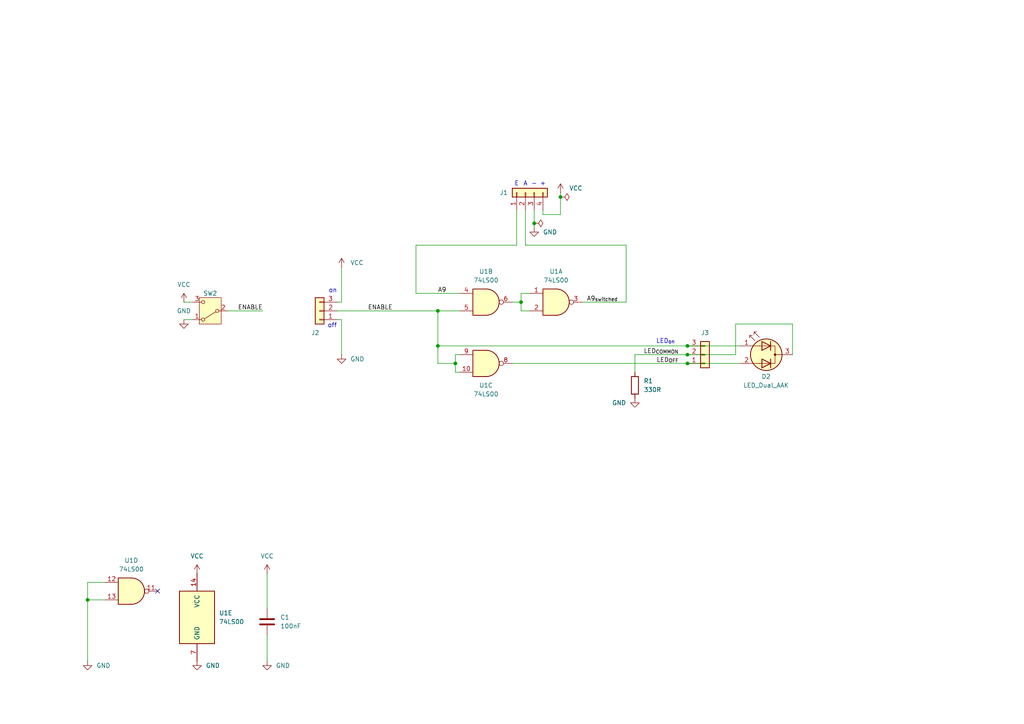
<source format=kicad_sch>
(kicad_sch (version 20231120) (generator "eeschema") (generator_version "8.0")
  (paper "A4")
  (title_block (title "HAL PCG-6500 Switch Mod") (date "2024-03-13") (rev "A") (comment 1 "2024") (comment 2 "creativecommons.org/licenses/by-sa/4.0/") (comment 3 "License: CC BY-SA 4.0") (comment 4 "Author: InsaneDruid"))
  (lib_symbols
    (symbol "74xx:74LS00" (pin_names (offset 1.016))
      (property "Reference" "U" (at 0 1.27 0))
      (property "Value" "74LS00" (at 0 -1.27 0))
      (symbol "74LS00_1_1"
        (arc (start 0 -3.81) (mid 3.7934 0) (end 0 3.81) (stroke (width 0.254)) (fill (type background)))
        (polyline (pts (xy 0 3.81) (xy -3.81 3.81) (xy -3.81 -3.81) (xy 0 -3.81)) (stroke (width 0.254)) (fill (type background)))
        (pin input line (at -7.62 2.54 0) (length 3.81) (name "~") (number "1"))
        (pin input line (at -7.62 -2.54 0) (length 3.81) (name "~") (number "2"))
        (pin output inverted (at 7.62 0 180) (length 3.81) (name "~") (number "3"))
      )
      (symbol "74LS00_1_2"
        (arc (start -3.81 -3.81) (mid -2.589 0) (end -3.81 3.81) (stroke (width 0.254)))
        (arc (start -0.6096 -3.81) (mid 2.1842 -2.5851) (end 3.81 0) (stroke (width 0.254)) (fill (type background)))
        (polyline (pts (xy -3.81 -3.81) (xy -0.635 -3.81)) (stroke (width 0.254)) (fill (type background)))
        (polyline (pts (xy -3.81 3.81) (xy -0.635 3.81)) (stroke (width 0.254)) (fill (type background)))
        (polyline (pts (xy -0.635 3.81) (xy -3.81 3.81) (xy -3.81 3.81) (xy -3.556 3.4036) (xy -3.0226 2.2606) (xy -2.6924 1.0414) (xy -2.6162 -0.254) (xy -2.7686 -1.4986) (xy -3.175 -2.7178) (xy -3.81 -3.81) (xy -3.81 -3.81) (xy -0.635 -3.81)) (stroke (width -25.4)) (fill (type background)))
        (arc (start 3.81 0) (mid 2.1915 2.5936) (end -0.6096 3.81) (stroke (width 0.254)) (fill (type background)))
        (pin input inverted (at -7.62 2.54 0) (length 4.318) (name "~") (number "1"))
        (pin input inverted (at -7.62 -2.54 0) (length 4.318) (name "~") (number "2"))
        (pin output line (at 7.62 0 180) (length 3.81) (name "~") (number "3"))
      )
      (symbol "74LS00_2_1"
        (arc (start 0 -3.81) (mid 3.7934 0) (end 0 3.81) (stroke (width 0.254)) (fill (type background)))
        (polyline (pts (xy 0 3.81) (xy -3.81 3.81) (xy -3.81 -3.81) (xy 0 -3.81)) (stroke (width 0.254)) (fill (type background)))
        (pin input line (at -7.62 2.54 0) (length 3.81) (name "~") (number "4"))
        (pin input line (at -7.62 -2.54 0) (length 3.81) (name "~") (number "5"))
        (pin output inverted (at 7.62 0 180) (length 3.81) (name "~") (number "6"))
      )
      (symbol "74LS00_2_2"
        (arc (start -3.81 -3.81) (mid -2.589 0) (end -3.81 3.81) (stroke (width 0.254)))
        (arc (start -0.6096 -3.81) (mid 2.1842 -2.5851) (end 3.81 0) (stroke (width 0.254)) (fill (type background)))
        (polyline (pts (xy -3.81 -3.81) (xy -0.635 -3.81)) (stroke (width 0.254)) (fill (type background)))
        (polyline (pts (xy -3.81 3.81) (xy -0.635 3.81)) (stroke (width 0.254)) (fill (type background)))
        (polyline (pts (xy -0.635 3.81) (xy -3.81 3.81) (xy -3.81 3.81) (xy -3.556 3.4036) (xy -3.0226 2.2606) (xy -2.6924 1.0414) (xy -2.6162 -0.254) (xy -2.7686 -1.4986) (xy -3.175 -2.7178) (xy -3.81 -3.81) (xy -3.81 -3.81) (xy -0.635 -3.81)) (stroke (width -25.4)) (fill (type background)))
        (arc (start 3.81 0) (mid 2.1915 2.5936) (end -0.6096 3.81) (stroke (width 0.254)) (fill (type background)))
        (pin input inverted (at -7.62 2.54 0) (length 4.318) (name "~") (number "4"))
        (pin input inverted (at -7.62 -2.54 0) (length 4.318) (name "~") (number "5"))
        (pin output line (at 7.62 0 180) (length 3.81) (name "~") (number "6"))
      )
      (symbol "74LS00_3_1"
        (arc (start 0 -3.81) (mid 3.7934 0) (end 0 3.81) (stroke (width 0.254)) (fill (type background)))
        (polyline (pts (xy 0 3.81) (xy -3.81 3.81) (xy -3.81 -3.81) (xy 0 -3.81)) (stroke (width 0.254)) (fill (type background)))
        (pin input line (at -7.62 -2.54 0) (length 3.81) (name "~") (number "10"))
        (pin output inverted (at 7.62 0 180) (length 3.81) (name "~") (number "8"))
        (pin input line (at -7.62 2.54 0) (length 3.81) (name "~") (number "9"))
      )
      (symbol "74LS00_3_2"
        (arc (start -3.81 -3.81) (mid -2.589 0) (end -3.81 3.81) (stroke (width 0.254)))
        (arc (start -0.6096 -3.81) (mid 2.1842 -2.5851) (end 3.81 0) (stroke (width 0.254)) (fill (type background)))
        (polyline (pts (xy -3.81 -3.81) (xy -0.635 -3.81)) (stroke (width 0.254)) (fill (type background)))
        (polyline (pts (xy -3.81 3.81) (xy -0.635 3.81)) (stroke (width 0.254)) (fill (type background)))
        (polyline (pts (xy -0.635 3.81) (xy -3.81 3.81) (xy -3.81 3.81) (xy -3.556 3.4036) (xy -3.0226 2.2606) (xy -2.6924 1.0414) (xy -2.6162 -0.254) (xy -2.7686 -1.4986) (xy -3.175 -2.7178) (xy -3.81 -3.81) (xy -3.81 -3.81) (xy -0.635 -3.81)) (stroke (width -25.4)) (fill (type background)))
        (arc (start 3.81 0) (mid 2.1915 2.5936) (end -0.6096 3.81) (stroke (width 0.254)) (fill (type background)))
        (pin input inverted (at -7.62 -2.54 0) (length 4.318) (name "~") (number "10"))
        (pin output line (at 7.62 0 180) (length 3.81) (name "~") (number "8"))
        (pin input inverted (at -7.62 2.54 0) (length 4.318) (name "~") (number "9"))
      )
      (symbol "74LS00_4_1"
        (arc (start 0 -3.81) (mid 3.7934 0) (end 0 3.81) (stroke (width 0.254)) (fill (type background)))
        (polyline (pts (xy 0 3.81) (xy -3.81 3.81) (xy -3.81 -3.81) (xy 0 -3.81)) (stroke (width 0.254)) (fill (type background)))
        (pin output inverted (at 7.62 0 180) (length 3.81) (name "~") (number "11"))
        (pin input line (at -7.62 2.54 0) (length 3.81) (name "~") (number "12"))
        (pin input line (at -7.62 -2.54 0) (length 3.81) (name "~") (number "13"))
      )
      (symbol "74LS00_4_2"
        (arc (start -3.81 -3.81) (mid -2.589 0) (end -3.81 3.81) (stroke (width 0.254)))
        (arc (start -0.6096 -3.81) (mid 2.1842 -2.5851) (end 3.81 0) (stroke (width 0.254)) (fill (type background)))
        (polyline (pts (xy -3.81 -3.81) (xy -0.635 -3.81)) (stroke (width 0.254)) (fill (type background)))
        (polyline (pts (xy -3.81 3.81) (xy -0.635 3.81)) (stroke (width 0.254)) (fill (type background)))
        (polyline (pts (xy -0.635 3.81) (xy -3.81 3.81) (xy -3.81 3.81) (xy -3.556 3.4036) (xy -3.0226 2.2606) (xy -2.6924 1.0414) (xy -2.6162 -0.254) (xy -2.7686 -1.4986) (xy -3.175 -2.7178) (xy -3.81 -3.81) (xy -3.81 -3.81) (xy -0.635 -3.81)) (stroke (width -25.4)) (fill (type background)))
        (arc (start 3.81 0) (mid 2.1915 2.5936) (end -0.6096 3.81) (stroke (width 0.254)) (fill (type background)))
        (pin output line (at 7.62 0 180) (length 3.81) (name "~") (number "11"))
        (pin input inverted (at -7.62 2.54 0) (length 4.318) (name "~") (number "12"))
        (pin input inverted (at -7.62 -2.54 0) (length 4.318) (name "~") (number "13"))
      )
      (symbol "74LS00_5_0"
        (pin power_in line (at 0 12.7 270) (length 5.08) (name "VCC") (number "14"))
        (pin power_in line (at 0 -12.7 90) (length 5.08) (name "GND") (number "7"))
      )
      (symbol "74LS00_5_1"
        (rectangle (start -5.08 7.62) (end 5.08 -7.62) (stroke (width 0.254)) (fill (type background)))
      )
    )
    (symbol "Connector_Generic:Conn_01x03" (pin_names (offset 1.016) hide)
      (property "Reference" "J" (at 0 5.08 0))
      (property "Value" "Conn_01x03" (at 0 -5.08 0))
      (symbol "Conn_01x03_1_1"
        (rectangle (start -1.27 -2.413) (end 0 -2.667) (stroke (width 0.1524)))
        (rectangle (start -1.27 0.127) (end 0 -0.127) (stroke (width 0.1524)))
        (rectangle (start -1.27 2.667) (end 0 2.413) (stroke (width 0.1524)))
        (rectangle (start -1.27 3.81) (end 1.27 -3.81) (stroke (width 0.254)) (fill (type background)))
        (pin passive line (at -5.08 2.54 0) (length 3.81) (name "Pin_1") (number "1"))
        (pin passive line (at -5.08 0 0) (length 3.81) (name "Pin_2") (number "2"))
        (pin passive line (at -5.08 -2.54 0) (length 3.81) (name "Pin_3") (number "3"))
      )
    )
    (symbol "Connector_Generic:Conn_01x04" (pin_names (offset 1.016) hide)
      (property "Reference" "J" (at 0 5.08 0))
      (property "Value" "Conn_01x04" (at 0 -7.62 0))
      (symbol "Conn_01x04_1_1"
        (rectangle (start -1.27 -4.953) (end 0 -5.207) (stroke (width 0.1524)))
        (rectangle (start -1.27 -2.413) (end 0 -2.667) (stroke (width 0.1524)))
        (rectangle (start -1.27 0.127) (end 0 -0.127) (stroke (width 0.1524)))
        (rectangle (start -1.27 2.667) (end 0 2.413) (stroke (width 0.1524)))
        (rectangle (start -1.27 3.81) (end 1.27 -6.35) (stroke (width 0.254)) (fill (type background)))
        (pin passive line (at -5.08 2.54 0) (length 3.81) (name "Pin_1") (number "1"))
        (pin passive line (at -5.08 0 0) (length 3.81) (name "Pin_2") (number "2"))
        (pin passive line (at -5.08 -2.54 0) (length 3.81) (name "Pin_3") (number "3"))
        (pin passive line (at -5.08 -5.08 0) (length 3.81) (name "Pin_4") (number "4"))
      )
    )
    (symbol "Device:C" (pin_numbers hide) (pin_names (offset 0.254))
      (property "Reference" "C" (at 0.635 2.54 0))
      (property "Value" "C" (at 0.635 -2.54 0))
      (symbol "C_0_1"
        (polyline (pts (xy -2.032 -0.762) (xy 2.032 -0.762)) (stroke (width 0.508)))
        (polyline (pts (xy -2.032 0.762) (xy 2.032 0.762)) (stroke (width 0.508)))
      )
      (symbol "C_1_1"
        (pin passive line (at 0 3.81 270) (length 2.794) (name "~") (number "1"))
        (pin passive line (at 0 -3.81 90) (length 2.794) (name "~") (number "2"))
      )
    )
    (symbol "Device:LED_Dual_AAK" (pin_names (offset 0) hide)
      (property "Reference" "D" (at 0 5.715 0))
      (property "Value" "LED_Dual_AAK" (at 0 -6.35 0))
      (symbol "LED_Dual_AAK_0_1"
        (circle (center -2.54 0) (radius 0.2794) (fill (type outline)))
        (polyline (pts (xy -4.572 0) (xy -2.54 0)))
        (polyline (pts (xy -1.27 -1.27) (xy -1.27 -3.81)) (stroke (width 0.254)))
        (polyline (pts (xy -1.27 1.27) (xy -1.27 3.81)) (stroke (width 0.254)))
        (polyline (pts (xy 3.81 -2.54) (xy 1.905 -2.54)))
        (polyline (pts (xy 3.81 2.54) (xy 1.905 2.54)))
        (polyline (pts (xy 1.27 -3.81) (xy 1.27 -1.27) (xy -1.27 -2.54) (xy 1.27 -3.81)) (stroke (width 0.254)))
        (polyline (pts (xy 1.27 1.27) (xy 1.27 3.81) (xy -1.27 2.54) (xy 1.27 1.27)) (stroke (width 0.254)))
        (polyline (pts (xy 2.032 2.54) (xy -2.54 2.54) (xy -2.54 -2.54) (xy 2.032 -2.54)))
        (polyline (pts (xy 2.032 5.08) (xy 3.556 6.604) (xy 2.794 6.604) (xy 3.556 6.604) (xy 3.556 5.842)))
        (polyline (pts (xy 3.302 4.064) (xy 4.826 5.588) (xy 4.064 5.588) (xy 4.826 5.588) (xy 4.826 4.826)))
        (circle (center 0 0) (radius 4.572) (stroke (width 0.254)) (fill (type background)))
      )
      (symbol "LED_Dual_AAK_1_1"
        (pin input line (at 7.62 2.54 180) (length 3.81) (name "A1") (number "1"))
        (pin input line (at 7.62 -2.54 180) (length 3.81) (name "A2") (number "2"))
        (pin input line (at -7.62 0 0) (length 3.048) (name "K") (number "3"))
      )
    )
    (symbol "Device:R" (pin_numbers hide) (pin_names (offset 0))
      (property "Reference" "R" (at 2.032 0 90))
      (property "Value" "R" (at 0 0 90))
      (symbol "R_0_1"
        (rectangle (start -1.016 -2.54) (end 1.016 2.54) (stroke (width 0.254)))
      )
      (symbol "R_1_1"
        (pin passive line (at 0 3.81 270) (length 1.27) (name "~") (number "1"))
        (pin passive line (at 0 -3.81 90) (length 1.27) (name "~") (number "2"))
      )
    )
    (symbol "Switch:SW_SPDT" (pin_names (offset 0) hide)
      (property "Reference" "SW" (at 0 5.08 0))
      (property "Value" "SW_SPDT" (at 0 -5.08 0))
      (symbol "SW_SPDT_0_1"
        (circle (center -2.032 0) (radius 0.4572))
        (polyline (pts (xy -1.651 0.254) (xy 1.651 2.286)))
        (circle (center 2.032 -2.54) (radius 0.4572))
        (circle (center 2.032 2.54) (radius 0.4572))
      )
      (symbol "SW_SPDT_1_1"
        (rectangle (start -3.175 3.81) (end 3.175 -3.81) (fill (type background)))
        (pin passive line (at 5.08 2.54 180) (length 2.54) (name "A") (number "1"))
        (pin passive line (at -5.08 0 0) (length 2.54) (name "B") (number "2"))
        (pin passive line (at 5.08 -2.54 180) (length 2.54) (name "C") (number "3"))
      )
    )
    (symbol "power:GND" (power) (pin_numbers hide) (pin_names (offset 0) hide)
      (property "Value" "GND" (at 0 -3.81 0))
      (symbol "GND_0_1"
        (polyline (pts (xy 0 0) (xy 0 -1.27) (xy 1.27 -1.27) (xy 0 -2.54) (xy -1.27 -1.27) (xy 0 -1.27)))
      )
      (symbol "GND_1_1"
        (pin power_in line (at 0 0 270) (length 0) (name "~") (number "1"))
      )
    )
    (symbol "power:PWR_FLAG" (power) (pin_numbers hide) (pin_names (offset 0) hide)
      (property "Value" "PWR_FLAG" (at 0 3.81 0))
      (symbol "PWR_FLAG_0_0"
        (pin power_out line (at 0 0 90) (length 0) (name "~") (number "1"))
      )
      (symbol "PWR_FLAG_0_1"
        (polyline (pts (xy 0 0) (xy 0 1.27) (xy -1.016 1.905) (xy 0 2.54) (xy 1.016 1.905) (xy 0 1.27)))
      )
    )
    (symbol "power:VCC" (power) (pin_numbers hide) (pin_names (offset 0) hide)
      (property "Value" "VCC" (at 0 3.556 0))
      (symbol "VCC_0_1"
        (polyline (pts (xy -0.762 1.27) (xy 0 2.54)))
        (polyline (pts (xy 0 0) (xy 0 2.54)))
        (polyline (pts (xy 0 2.54) (xy 0.762 1.27)))
      )
      (symbol "VCC_1_1"
        (pin power_in line (at 0 0 90) (length 0) (name "~") (number "1"))
      )
    )
  )
  (junction (at 154.94 64.77))
  (junction (at 199.39 102.87))
  (junction (at 162.56 57.15))
  (junction (at 127 100.33))
  (junction (at 127 90.17))
  (junction (at 151.13 87.63))
  (junction (at 199.39 105.41))
  (junction (at 25.4 173.99))
  (junction (at 132.08 105.41))
  (junction (at 199.39 100.33))
  (no_connect (at 45.72 171.45))
  (wire (pts (xy 152.4 71.12) (xy 181.61 71.12)))
  (wire (pts (xy 133.35 102.87) (xy 132.08 102.87)))
  (wire (pts (xy 97.79 92.71) (xy 99.06 92.71)))
  (wire (pts (xy 162.56 62.23) (xy 162.56 57.15)))
  (wire (pts (xy 151.13 87.63) (xy 151.13 85.09)))
  (wire (pts (xy 127 105.41) (xy 127 100.33)))
  (wire (pts (xy 133.35 107.95) (xy 132.08 107.95)))
  (wire (pts (xy 30.48 168.91) (xy 25.4 168.91)))
  (wire (pts (xy 149.86 60.96) (xy 149.86 71.12)))
  (wire (pts (xy 25.4 168.91) (xy 25.4 173.99)))
  (wire (pts (xy 53.34 87.63) (xy 55.88 87.63)))
  (wire (pts (xy 97.79 87.63) (xy 99.06 87.63)))
  (wire (pts (xy 154.94 60.96) (xy 154.94 64.77)))
  (wire (pts (xy 213.36 93.98) (xy 229.87 93.98)))
  (wire (pts (xy 120.65 71.12) (xy 149.86 71.12)))
  (wire (pts (xy 77.47 184.15) (xy 77.47 191.77)))
  (wire (pts (xy 99.06 92.71) (xy 99.06 102.87)))
  (wire (pts (xy 132.08 105.41) (xy 132.08 107.95)))
  (wire (pts (xy 157.48 62.23) (xy 157.48 60.96)))
  (wire (pts (xy 229.87 93.98) (xy 229.87 102.87)))
  (wire (pts (xy 162.56 57.15) (xy 162.56 55.88)))
  (wire (pts (xy 181.61 87.63) (xy 181.61 71.12)))
  (wire (pts (xy 127 90.17) (xy 127 100.33)))
  (wire (pts (xy 157.48 62.23) (xy 162.56 62.23)))
  (wire (pts (xy 76.2 90.17) (xy 66.04 90.17)))
  (wire (pts (xy 97.79 90.17) (xy 127 90.17)))
  (wire (pts (xy 199.39 105.41) (xy 214.63 105.41)))
  (wire (pts (xy 213.36 93.98) (xy 213.36 102.87)))
  (wire (pts (xy 184.15 102.87) (xy 184.15 107.95)))
  (wire (pts (xy 148.59 87.63) (xy 151.13 87.63)))
  (wire (pts (xy 25.4 173.99) (xy 30.48 173.99)))
  (wire (pts (xy 53.34 92.71) (xy 55.88 92.71)))
  (wire (pts (xy 77.47 166.37) (xy 77.47 176.53)))
  (wire (pts (xy 120.65 85.09) (xy 133.35 85.09)))
  (wire (pts (xy 132.08 105.41) (xy 127 105.41)))
  (wire (pts (xy 151.13 90.17) (xy 151.13 87.63)))
  (wire (pts (xy 153.67 90.17) (xy 151.13 90.17)))
  (wire (pts (xy 152.4 71.12) (xy 152.4 60.96)))
  (wire (pts (xy 199.39 100.33) (xy 214.63 100.33)))
  (wire (pts (xy 132.08 102.87) (xy 132.08 105.41)))
  (wire (pts (xy 199.39 102.87) (xy 184.15 102.87)))
  (wire (pts (xy 151.13 85.09) (xy 153.67 85.09)))
  (wire (pts (xy 148.59 105.41) (xy 199.39 105.41)))
  (wire (pts (xy 127 90.17) (xy 133.35 90.17)))
  (wire (pts (xy 154.94 66.04) (xy 154.94 64.77)))
  (wire (pts (xy 25.4 173.99) (xy 25.4 191.77)))
  (wire (pts (xy 168.91 87.63) (xy 181.61 87.63)))
  (wire (pts (xy 127 100.33) (xy 199.39 100.33)))
  (wire (pts (xy 99.06 77.47) (xy 99.06 87.63)))
  (wire (pts (xy 199.39 102.87) (xy 213.36 102.87)))
  (wire (pts (xy 120.65 71.12) (xy 120.65 85.09)))
  (text "A" (at 152.4 53.34 0) (effects (font (size 1.27 1.27))))
  (text "LED_{on}" (at 193.04 99.06 0) (effects (font (size 1.27 1.27))))
  (text "on" (at 97.79 85.09 0) (effects (font (size 1.27 1.27)) (justify right bottom)))
  (text "E" (at 149.86 53.34 0) (effects (font (size 1.27 1.27))))
  (text "off" (at 97.79 95.25 0) (effects (font (size 1.27 1.27)) (justify right bottom)))
  (text "-" (at 154.94 53.34 0) (effects (font (size 1.27 1.27))))
  (text "+" (at 157.48 53.34 0) (effects (font (size 1.27 1.27))))
  (label "A9_{switched}" (at 170.18 87.63 0))
  (label "ENABLE" (at 106.68 90.17 0))
  (label "LED_{COMMON}" (at 196.85 102.87 180))
  (label "LED_{OFF}" (at 196.85 105.41 180))
  (label "A9" (at 127 85.09 0))
  (label "ENABLE" (at 76.2 90.17 180))
  (symbol (lib_id "power:VCC") (at 77.47 166.37 0) (unit 1)
    (property "Reference" "#PWR04" (effects (hide yes)))
    (property "Value" "VCC" (at 77.47 161.29 0))
    (property "Description" "Power symbol creates a global label with name \"VCC\"" (effects (hide yes)))
  )
  (symbol (lib_id "power:PWR_FLAG") (at 162.56 57.15 270) (unit 1)
    (property "Reference" "#FLG02" (effects (hide yes)))
    (property "Value" "PWR_FLAG" (effects (hide yes)))
    (property "Description" "Special symbol for telling ERC where power comes from" (effects (hide yes)))
  )
  (symbol (lib_id "Device:C") (at 77.47 180.34 0) (unit 1)
    (property "Reference" "C1" (at 81.28 179.0699 0) (effects (justify left)))
    (property "Value" "100nF" (at 81.28 181.6099 0) (effects (justify left)))
    (property "Footprint" "pcg6500_lib_fp:C_Disc_D4.3mm_W1.9mm_P5.08mm" (effects (hide yes)))
    (property "Description" "Unpolarized capacitor" (effects (hide yes)))
  )
  (symbol (lib_id "Device:R") (at 184.15 111.76 180) (unit 1)
    (property "Reference" "R1" (at 186.69 110.4899 0) (effects (justify right)))
    (property "Value" "330R" (at 186.69 113.0299 0) (effects (justify right)))
    (property "Footprint" "pcg6500_lib_fp:R_Axial_DIN0207_L6.3mm_D2.5mm_P7.62mm_Horizontal" (effects (hide yes)))
    (property "Description" "Resistor" (effects (hide yes)))
  )
  (symbol (lib_id "power:GND") (at 77.47 191.77 0) (unit 1)
    (property "Reference" "#PWR05" (effects (hide yes)))
    (property "Value" "GND" (at 80.01 193.0399 0) (effects (justify left)))
    (property "Description" "Power symbol creates a global label with name \"GND\" , ground" (effects (hide yes)))
  )
  (symbol (lib_id "power:GND") (at 57.15 191.77 0) (unit 1)
    (property "Reference" "#PWR01" (effects (hide yes)))
    (property "Value" "GND" (at 59.69 193.0399 0) (effects (justify left)))
    (property "Description" "Power symbol creates a global label with name \"GND\" , ground" (effects (hide yes)))
  )
  (symbol (lib_id "power:VCC") (at 162.56 55.88 0) (mirror y) (unit 1)
    (property "Reference" "#PWR06" (effects (hide yes)))
    (property "Value" "VCC" (at 165.1 54.6099 0) (effects (justify right)))
    (property "Description" "Power symbol creates a global label with name \"VCC\"" (effects (hide yes)))
  )
  (symbol (lib_id "power:VCC") (at 57.15 166.37 0) (unit 1)
    (property "Reference" "#PWR02" (effects (hide yes)))
    (property "Value" "VCC" (at 57.15 161.29 0))
    (property "Description" "Power symbol creates a global label with name \"VCC\"" (effects (hide yes)))
  )
  (symbol (lib_id "power:GND") (at 99.06 102.87 0) (mirror y) (unit 1)
    (property "Reference" "#PWR013" (effects (hide yes)))
    (property "Value" "GND" (at 101.6 104.1399 0) (effects (justify right)))
    (property "Description" "Power symbol creates a global label with name \"GND\" , ground" (effects (hide yes)))
  )
  (symbol (lib_id "74xx:74LS00") (at 161.29 87.63 0) (unit 1)
    (property "Reference" "U1" (at 161.2817 78.74 0))
    (property "Value" "74LS00" (at 161.2817 81.28 0))
    (property "Footprint" "Package_DIP:DIP-14_W7.62mm" (effects (hide yes)))
    (property "Datasheet" "http://www.ti.com/lit/gpn/sn74ls00" (effects (hide yes)))
    (property "Description" "quad 2-input NAND gate" (effects (hide yes)))
  )
  (symbol (lib_id "74xx:74LS00") (at 57.15 179.07 0) (unit 5)
    (property "Reference" "U1" (at 63.5 177.7999 0) (effects (justify left)))
    (property "Value" "74LS00" (at 63.5 180.3399 0) (effects (justify left)))
    (property "Footprint" "Package_DIP:DIP-14_W7.62mm" (effects (hide yes)))
    (property "Datasheet" "http://www.ti.com/lit/gpn/sn74ls00" (effects (hide yes)))
    (property "Description" "quad 2-input NAND gate" (effects (hide yes)))
  )
  (symbol (lib_id "Device:LED_Dual_AAK") (at 222.25 102.87 0) (mirror y) (unit 1) (on_board no)
    (property "Reference" "D2" (at 222.1865 109.22 0))
    (property "Value" "LED_Dual_AAK" (at 222.1865 111.76 0))
    (property "Description" "Dual LED, common cathode on pin 3" (effects (hide yes)))
  )
  (symbol (lib_id "power:GND") (at 184.15 115.57 0) (unit 1)
    (property "Reference" "#PWR010" (effects (hide yes)))
    (property "Value" "GND" (at 181.61 116.8399 0) (effects (justify right)))
    (property "Description" "Power symbol creates a global label with name \"GND\" , ground" (effects (hide yes)))
  )
  (symbol (lib_id "power:GND") (at 53.34 92.71 0) (unit 1)
    (property "Reference" "#PWR011" (effects (hide yes)))
    (property "Value" "GND" (at 53.34 90.17 0))
    (property "Description" "Power symbol creates a global label with name \"GND\" , ground" (effects (hide yes)))
  )
  (symbol (lib_id "74xx:74LS00") (at 38.1 171.45 0) (unit 4)
    (property "Reference" "U1" (at 38.0917 162.56 0))
    (property "Value" "74LS00" (at 38.0917 165.1 0))
    (property "Footprint" "Package_DIP:DIP-14_W7.62mm" (effects (hide yes)))
    (property "Datasheet" "http://www.ti.com/lit/gpn/sn74ls00" (effects (hide yes)))
    (property "Description" "quad 2-input NAND gate" (effects (hide yes)))
  )
  (symbol (lib_id "power:VCC") (at 99.06 77.47 0) (mirror y) (unit 1)
    (property "Reference" "#PWR014" (effects (hide yes)))
    (property "Value" "VCC" (at 101.6 76.1999 0) (effects (justify right)))
    (property "Description" "Power symbol creates a global label with name \"VCC\"" (effects (hide yes)))
  )
  (symbol (lib_id "power:VCC") (at 53.34 87.63 0) (unit 1)
    (property "Reference" "#PWR012" (effects (hide yes)))
    (property "Value" "VCC" (at 53.34 82.55 0))
    (property "Description" "Power symbol creates a global label with name \"VCC\"" (effects (hide yes)))
  )
  (symbol (lib_id "Switch:SW_SPDT") (at 60.96 90.17 180) (unit 1) (on_board no)
    (property "Reference" "SW2" (at 60.96 85.09 0))
    (property "Value" "SW_SPDT" (effects (hide yes)))
    (property "Description" "Switch, single pole double throw" (effects (hide yes)))
  )
  (symbol (lib_id "Connector_Generic:Conn_01x03") (at 92.71 90.17 180) (unit 1)
    (property "Reference" "J2" (at 91.44 96.52 0))
    (property "Value" "Switch Connector" (effects (hide yes)))
    (property "Footprint" "Connector_PinHeader_2.54mm:PinHeader_1x03_P2.54mm_Vertical" (effects (hide yes)))
    (property "Description" "Generic connector, single row, 01x03, script generated (kicad-library-utils/schlib/autogen/connector/)" (effects (hide yes)))
  )
  (symbol (lib_id "74xx:74LS00") (at 140.97 87.63 0) (unit 2)
    (property "Reference" "U1" (at 140.9617 78.74 0))
    (property "Value" "74LS00" (at 140.9617 81.28 0))
    (property "Footprint" "Package_DIP:DIP-14_W7.62mm" (effects (hide yes)))
    (property "Datasheet" "http://www.ti.com/lit/gpn/sn74ls00" (effects (hide yes)))
    (property "Description" "quad 2-input NAND gate" (effects (hide yes)))
  )
  (symbol (lib_id "power:PWR_FLAG") (at 154.94 64.77 270) (unit 1)
    (property "Reference" "#FLG01" (effects (hide yes)))
    (property "Value" "PWR_FLAG" (effects (hide yes)))
    (property "Description" "Special symbol for telling ERC where power comes from" (effects (hide yes)))
  )
  (symbol (lib_id "Connector_Generic:Conn_01x03") (at 204.47 102.87 0) (mirror x) (unit 1)
    (property "Reference" "J3" (at 204.47 96.52 0))
    (property "Value" "LED Connector" (effects (hide yes)))
    (property "Footprint" "Connector_PinHeader_2.54mm:PinHeader_1x03_P2.54mm_Vertical" (effects (hide yes)))
    (property "Description" "Generic connector, single row, 01x03, script generated (kicad-library-utils/schlib/autogen/connector/)" (effects (hide yes)))
  )
  (symbol (lib_id "Connector_Generic:Conn_01x04") (at 152.4 55.88 90) (unit 1)
    (property "Reference" "J1" (at 147.32 55.8799 90) (effects (justify left)))
    (property "Value" "6500 Connector" (effects (hide yes)))
    (property "Footprint" "Connector_PinHeader_2.54mm:PinHeader_1x04_P2.54mm_Vertical" (effects (hide yes)))
    (property "Description" "Generic connector, single row, 01x04, script generated (kicad-library-utils/schlib/autogen/connector/)" (effects (hide yes)))
  )
  (symbol (lib_id "power:GND") (at 154.94 66.04 0) (mirror y) (unit 1)
    (property "Reference" "#PWR07" (effects (hide yes)))
    (property "Value" "GND" (at 157.48 67.3099 0) (effects (justify right)))
    (property "Description" "Power symbol creates a global label with name \"GND\" , ground" (effects (hide yes)))
  )
  (symbol (lib_id "power:GND") (at 25.4 191.77 0) (unit 1)
    (property "Reference" "#PWR03" (effects (hide yes)))
    (property "Value" "GND" (at 27.94 193.0399 0) (effects (justify left)))
    (property "Description" "Power symbol creates a global label with name \"GND\" , ground" (effects (hide yes)))
  )
  (symbol (lib_id "74xx:74LS00") (at 140.97 105.41 0) (unit 3)
    (property "Reference" "U1" (at 140.9617 111.76 0))
    (property "Value" "74LS00" (at 140.9617 114.3 0))
    (property "Footprint" "Package_DIP:DIP-14_W7.62mm" (effects (hide yes)))
    (property "Datasheet" "http://www.ti.com/lit/gpn/sn74ls00" (effects (hide yes)))
    (property "Description" "quad 2-input NAND gate" (effects (hide yes)))
  )
)
</source>
